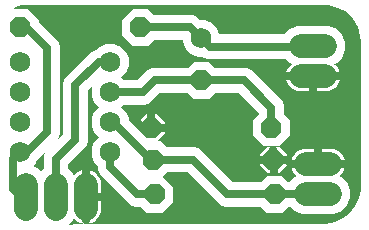
<source format=gbr>
G04 EAGLE Gerber RS-274X export*
G75*
%MOMM*%
%FSLAX34Y34*%
%LPD*%
%INBottom Copper*%
%IPPOS*%
%AMOC8*
5,1,8,0,0,1.08239X$1,22.5*%
G01*
%ADD10P,1.869504X8X292.500000*%
%ADD11C,1.727200*%
%ADD12P,1.869504X8X202.500000*%
%ADD13P,1.869504X8X22.500000*%
%ADD14C,2.032000*%
%ADD15C,0.700000*%

G36*
X68335Y10211D02*
X68335Y10211D01*
X80588Y10221D01*
X98967Y10235D01*
X111221Y10245D01*
X129600Y10260D01*
X141853Y10270D01*
X160233Y10285D01*
X172486Y10295D01*
X184739Y10305D01*
X184740Y10305D01*
X190866Y10310D01*
X203119Y10320D01*
X215372Y10330D01*
X221499Y10335D01*
X233752Y10345D01*
X246005Y10355D01*
X252132Y10360D01*
X264385Y10370D01*
X276600Y10379D01*
X276691Y10380D01*
X280373Y10590D01*
X280374Y10590D01*
X287552Y12236D01*
X287552Y12237D01*
X287553Y12236D01*
X294184Y15439D01*
X294185Y15439D01*
X299938Y20037D01*
X299938Y20038D01*
X299939Y20038D01*
X304524Y25801D01*
X304524Y25802D01*
X307712Y32441D01*
X307711Y32441D01*
X307712Y32442D01*
X309342Y39623D01*
X309342Y39624D01*
X309344Y39665D01*
X309347Y39719D01*
X309350Y39774D01*
X309353Y39829D01*
X309356Y39883D01*
X309357Y39903D01*
X309360Y39958D01*
X309363Y40012D01*
X309363Y40013D01*
X309366Y40067D01*
X309369Y40122D01*
X309372Y40176D01*
X309372Y40177D01*
X309373Y40196D01*
X309376Y40251D01*
X309379Y40306D01*
X309382Y40360D01*
X309385Y40415D01*
X309388Y40470D01*
X309389Y40489D01*
X309389Y40490D01*
X309391Y40524D01*
X309392Y40544D01*
X309395Y40599D01*
X309398Y40653D01*
X309398Y40654D01*
X309401Y40708D01*
X309404Y40763D01*
X309407Y40817D01*
X309409Y40837D01*
X309412Y40892D01*
X309415Y40947D01*
X309418Y41001D01*
X309421Y41056D01*
X309424Y41111D01*
X309425Y41130D01*
X309425Y41131D01*
X309428Y41185D01*
X309431Y41240D01*
X309434Y41294D01*
X309437Y41349D01*
X309440Y41404D01*
X309441Y41424D01*
X309444Y41478D01*
X309447Y41533D01*
X309450Y41588D01*
X309453Y41642D01*
X309456Y41697D01*
X309457Y41717D01*
X309460Y41771D01*
X309463Y41826D01*
X309466Y41881D01*
X309469Y41935D01*
X309472Y41990D01*
X309473Y42010D01*
X309475Y42045D01*
X309476Y42065D01*
X309479Y42119D01*
X309482Y42174D01*
X309485Y42229D01*
X309488Y42283D01*
X309491Y42338D01*
X309492Y42358D01*
X309495Y42412D01*
X309498Y42467D01*
X309501Y42522D01*
X309504Y42576D01*
X309507Y42631D01*
X309508Y42651D01*
X309511Y42706D01*
X309514Y42760D01*
X309517Y42815D01*
X309520Y42870D01*
X309523Y42924D01*
X309524Y42944D01*
X309527Y42999D01*
X309530Y43053D01*
X309533Y43108D01*
X309536Y43163D01*
X309539Y43217D01*
X309540Y43237D01*
X309543Y43292D01*
X309544Y43306D01*
X309544Y43307D01*
X309544Y43330D01*
X309378Y165720D01*
X309113Y169686D01*
X309112Y169686D01*
X307050Y177345D01*
X307049Y177345D01*
X307049Y177346D01*
X303076Y184210D01*
X303075Y184210D01*
X303075Y184211D01*
X297460Y189813D01*
X297459Y189813D01*
X290587Y193772D01*
X290586Y193772D01*
X282923Y195818D01*
X282922Y195818D01*
X282920Y195818D01*
X282843Y195823D01*
X282767Y195828D01*
X282766Y195828D01*
X282690Y195833D01*
X282613Y195838D01*
X282536Y195843D01*
X282459Y195848D01*
X282382Y195853D01*
X282306Y195858D01*
X282229Y195863D01*
X282152Y195868D01*
X282075Y195873D01*
X281998Y195878D01*
X281922Y195883D01*
X281921Y195883D01*
X281845Y195888D01*
X281768Y195893D01*
X281691Y195898D01*
X281614Y195903D01*
X281537Y195908D01*
X281461Y195913D01*
X281460Y195913D01*
X281384Y195918D01*
X281307Y195923D01*
X281230Y195928D01*
X281153Y195933D01*
X281077Y195938D01*
X281076Y195938D01*
X281000Y195942D01*
X280923Y195947D01*
X280846Y195952D01*
X280769Y195957D01*
X280692Y195962D01*
X280616Y195967D01*
X280615Y195967D01*
X280539Y195972D01*
X280462Y195977D01*
X280385Y195982D01*
X280308Y195987D01*
X280231Y195992D01*
X280155Y195997D01*
X280078Y196002D01*
X280001Y196007D01*
X279924Y196012D01*
X279847Y196017D01*
X279771Y196022D01*
X279770Y196022D01*
X279694Y196027D01*
X279617Y196032D01*
X279540Y196037D01*
X279463Y196042D01*
X279386Y196047D01*
X279310Y196052D01*
X279309Y196052D01*
X279233Y196057D01*
X279156Y196062D01*
X279079Y196067D01*
X279002Y196072D01*
X278956Y196075D01*
X278956Y196074D01*
X278956Y196075D01*
X276935Y196073D01*
X275277Y196072D01*
X275239Y196072D01*
X269149Y196067D01*
X269110Y196067D01*
X263020Y196062D01*
X262982Y196062D01*
X256892Y196057D01*
X256853Y196057D01*
X250763Y196052D01*
X250725Y196052D01*
X244635Y196047D01*
X244596Y196047D01*
X238506Y196042D01*
X238468Y196042D01*
X232378Y196037D01*
X232339Y196037D01*
X226249Y196032D01*
X226211Y196032D01*
X220121Y196027D01*
X220082Y196027D01*
X213992Y196022D01*
X213954Y196022D01*
X207864Y196017D01*
X207825Y196017D01*
X201735Y196012D01*
X201697Y196012D01*
X195607Y196007D01*
X195568Y196007D01*
X189478Y196002D01*
X189440Y196002D01*
X183350Y195997D01*
X183311Y195997D01*
X177221Y195992D01*
X177183Y195992D01*
X171093Y195987D01*
X171054Y195987D01*
X164964Y195982D01*
X164926Y195982D01*
X158836Y195977D01*
X158797Y195977D01*
X152707Y195972D01*
X152669Y195972D01*
X146579Y195967D01*
X146540Y195967D01*
X140450Y195962D01*
X140412Y195962D01*
X140411Y195962D01*
X134322Y195957D01*
X134283Y195957D01*
X128193Y195952D01*
X128154Y195952D01*
X122065Y195947D01*
X122026Y195947D01*
X115936Y195942D01*
X115897Y195942D01*
X109807Y195938D01*
X109769Y195938D01*
X109769Y195937D01*
X103679Y195933D01*
X103640Y195933D01*
X97550Y195928D01*
X97512Y195928D01*
X91422Y195923D01*
X91383Y195923D01*
X85293Y195918D01*
X85255Y195918D01*
X79165Y195913D01*
X79126Y195913D01*
X73036Y195908D01*
X72998Y195908D01*
X66908Y195903D01*
X66869Y195903D01*
X60779Y195898D01*
X60741Y195898D01*
X54651Y195893D01*
X54612Y195893D01*
X48522Y195888D01*
X48484Y195888D01*
X42394Y195883D01*
X42355Y195883D01*
X36265Y195878D01*
X36227Y195878D01*
X30137Y195873D01*
X30098Y195873D01*
X24008Y195868D01*
X23970Y195868D01*
X23700Y195868D01*
X23633Y195868D01*
X23633Y195867D01*
X23633Y195868D01*
X22889Y195808D01*
X21484Y195696D01*
X21483Y195696D01*
X21482Y195696D01*
X17396Y194363D01*
X17395Y194362D01*
X17394Y194363D01*
X15254Y192804D01*
X15254Y192802D01*
X15252Y192800D01*
X15253Y192799D01*
X15253Y192797D01*
X15256Y192797D01*
X15257Y192795D01*
X27630Y192795D01*
X36787Y183638D01*
X36787Y181477D01*
X36788Y181475D01*
X36788Y181473D01*
X53033Y165228D01*
X54631Y161371D01*
X54631Y86566D01*
X53033Y82709D01*
X35253Y64929D01*
X35253Y64928D01*
X35252Y64928D01*
X34285Y62593D01*
X31749Y60057D01*
X31749Y60056D01*
X31748Y60056D01*
X31749Y60054D01*
X31748Y60050D01*
X31750Y60050D01*
X31751Y60049D01*
X35654Y58432D01*
X38633Y55453D01*
X38639Y55453D01*
X38640Y55453D01*
X40840Y57653D01*
X40840Y57655D01*
X40841Y57656D01*
X40841Y67810D01*
X42439Y71667D01*
X57291Y86519D01*
X57291Y86521D01*
X57292Y86522D01*
X57292Y130053D01*
X58890Y133911D01*
X61843Y136864D01*
X78571Y153592D01*
X81524Y156545D01*
X85382Y158143D01*
X85621Y158143D01*
X85623Y158144D01*
X85625Y158144D01*
X88380Y160899D01*
X94125Y163279D01*
X100343Y163279D01*
X106088Y160899D01*
X110485Y156502D01*
X112865Y150757D01*
X112865Y144538D01*
X110485Y138793D01*
X106643Y134951D01*
X106643Y134945D01*
X106643Y134944D01*
X108843Y132744D01*
X108846Y132744D01*
X108847Y132743D01*
X120428Y132743D01*
X120430Y132744D01*
X120432Y132744D01*
X126083Y138396D01*
X129036Y141349D01*
X132894Y142947D01*
X162929Y142947D01*
X162931Y142948D01*
X162933Y142948D01*
X167847Y147862D01*
X180796Y147862D01*
X185931Y142727D01*
X185933Y142727D01*
X185934Y142726D01*
X212959Y142726D01*
X216816Y141128D01*
X242744Y115201D01*
X244341Y111344D01*
X244341Y103899D01*
X244343Y103897D01*
X244343Y103895D01*
X249477Y98760D01*
X249477Y85811D01*
X240321Y76655D01*
X227372Y76655D01*
X218215Y85811D01*
X218215Y98760D01*
X223350Y103895D01*
X223350Y103897D01*
X223351Y103899D01*
X223351Y104907D01*
X223349Y104908D01*
X223350Y104910D01*
X206525Y121734D01*
X206523Y121734D01*
X206522Y121736D01*
X185934Y121736D01*
X185932Y121734D01*
X185931Y121734D01*
X180796Y116600D01*
X167847Y116600D01*
X162492Y121955D01*
X162489Y121955D01*
X162488Y121956D01*
X139331Y121956D01*
X139329Y121955D01*
X139327Y121955D01*
X133676Y116303D01*
X130723Y113350D01*
X126865Y111753D01*
X108847Y111753D01*
X108845Y111751D01*
X108843Y111751D01*
X106643Y109551D01*
X106643Y109545D01*
X106643Y109544D01*
X110485Y105702D01*
X112865Y99957D01*
X112865Y98821D01*
X112867Y98819D01*
X112867Y98818D01*
X121066Y90618D01*
X121068Y90618D01*
X121069Y90616D01*
X121071Y90618D01*
X121073Y90617D01*
X121073Y90620D01*
X121075Y90621D01*
X121075Y92281D01*
X132241Y92281D01*
X132241Y81115D01*
X130582Y81115D01*
X130580Y81113D01*
X130579Y81114D01*
X130578Y81112D01*
X130577Y81110D01*
X130578Y81109D01*
X130578Y81106D01*
X131079Y80606D01*
X131081Y80606D01*
X131082Y80604D01*
X140369Y80604D01*
X145504Y75470D01*
X145506Y75470D01*
X145507Y75468D01*
X169468Y75468D01*
X173326Y73871D01*
X200951Y46245D01*
X200954Y46245D01*
X200954Y46244D01*
X200955Y46243D01*
X224867Y46243D01*
X224868Y46245D01*
X224870Y46245D01*
X230005Y51379D01*
X242954Y51379D01*
X248089Y46245D01*
X248091Y46245D01*
X248092Y46244D01*
X248092Y46243D01*
X249008Y46243D01*
X249009Y46245D01*
X249011Y46245D01*
X253493Y50727D01*
X255435Y51531D01*
X255435Y51532D01*
X255437Y51532D01*
X255436Y51534D01*
X255438Y51535D01*
X255437Y51536D01*
X255438Y51537D01*
X255436Y51538D01*
X255436Y51540D01*
X254940Y51900D01*
X253527Y53313D01*
X252353Y54929D01*
X251446Y56710D01*
X250828Y58610D01*
X250515Y60584D01*
X250515Y61578D01*
X273370Y61578D01*
X273371Y61578D01*
X296226Y61578D01*
X296226Y60584D01*
X295913Y58610D01*
X295296Y56710D01*
X294389Y54929D01*
X293214Y53313D01*
X291801Y51900D01*
X291305Y51540D01*
X291305Y51538D01*
X291304Y51538D01*
X291304Y51537D01*
X291303Y51536D01*
X291304Y51535D01*
X291304Y51533D01*
X291306Y51533D01*
X291306Y51531D01*
X293248Y50727D01*
X298074Y45901D01*
X300686Y39596D01*
X300686Y32771D01*
X298074Y26466D01*
X293248Y21640D01*
X286943Y19028D01*
X259798Y19028D01*
X253493Y21640D01*
X249881Y25252D01*
X249879Y25252D01*
X249877Y25253D01*
X248092Y25253D01*
X248090Y25251D01*
X248089Y25252D01*
X242954Y20117D01*
X230005Y20117D01*
X224870Y25252D01*
X224868Y25252D01*
X224867Y25253D01*
X194518Y25253D01*
X190661Y26851D01*
X163035Y54476D01*
X163033Y54477D01*
X163032Y54477D01*
X163031Y54478D01*
X145507Y54478D01*
X145506Y54476D01*
X145504Y54476D01*
X141884Y50856D01*
X141884Y50850D01*
X141884Y50849D01*
X150511Y42223D01*
X150511Y29274D01*
X141354Y20117D01*
X128405Y20117D01*
X123270Y25252D01*
X123268Y25252D01*
X123267Y25253D01*
X118058Y25253D01*
X114201Y26851D01*
X88337Y52715D01*
X86739Y56573D01*
X86739Y59835D01*
X86737Y59837D01*
X86737Y59839D01*
X83982Y62593D01*
X81603Y68338D01*
X81603Y74557D01*
X83982Y80302D01*
X87825Y84144D01*
X87825Y84151D01*
X83982Y87993D01*
X81603Y93738D01*
X81603Y99957D01*
X83982Y105702D01*
X87825Y109544D01*
X87825Y109551D01*
X83982Y113393D01*
X81603Y119138D01*
X81603Y125357D01*
X82712Y128034D01*
X82711Y128036D01*
X82711Y128039D01*
X82710Y128039D01*
X82709Y128040D01*
X82707Y128039D01*
X82707Y128040D01*
X82706Y128040D01*
X82705Y128039D01*
X82703Y128039D01*
X78284Y123620D01*
X78284Y123618D01*
X78284Y123617D01*
X78283Y123616D01*
X78283Y80085D01*
X76685Y76228D01*
X61833Y61376D01*
X61833Y61375D01*
X61833Y61374D01*
X61831Y61373D01*
X61831Y57656D01*
X61833Y57655D01*
X61833Y57653D01*
X65880Y53606D01*
X66684Y51664D01*
X66685Y51664D01*
X66685Y51662D01*
X66687Y51663D01*
X66690Y51661D01*
X66691Y51663D01*
X66693Y51663D01*
X67053Y52159D01*
X68466Y53572D01*
X70083Y54746D01*
X71863Y55653D01*
X73763Y56271D01*
X75737Y56584D01*
X76731Y56584D01*
X76731Y33729D01*
X76731Y33728D01*
X76731Y10873D01*
X75737Y10873D01*
X73763Y11186D01*
X71863Y11803D01*
X70083Y12710D01*
X68466Y13885D01*
X67053Y15298D01*
X66693Y15794D01*
X66692Y15794D01*
X66691Y15795D01*
X66690Y15795D01*
X66689Y15795D01*
X66688Y15795D01*
X66686Y15795D01*
X66686Y15793D01*
X66684Y15793D01*
X65880Y13851D01*
X62243Y10214D01*
X62243Y10212D01*
X62242Y10211D01*
X62243Y10210D01*
X62243Y10208D01*
X62245Y10207D01*
X62247Y10206D01*
X68335Y10211D01*
G37*
%LPC*%
G36*
X269084Y135808D02*
X269084Y135808D01*
X246229Y135808D01*
X246229Y136802D01*
X246542Y138775D01*
X247159Y140676D01*
X248067Y142456D01*
X249241Y144073D01*
X250654Y145486D01*
X251150Y145846D01*
X251150Y145847D01*
X251151Y145848D01*
X251151Y145849D01*
X251151Y145852D01*
X251149Y145853D01*
X251149Y145855D01*
X249207Y146659D01*
X245631Y150235D01*
X245628Y150236D01*
X245627Y150237D01*
X179293Y150237D01*
X175435Y151835D01*
X175112Y152158D01*
X175109Y152158D01*
X175108Y152160D01*
X171212Y152160D01*
X165467Y154539D01*
X161070Y158937D01*
X158690Y164682D01*
X158690Y166663D01*
X158686Y166668D01*
X158685Y166668D01*
X134368Y166668D01*
X134367Y166667D01*
X134365Y166667D01*
X129230Y161532D01*
X116281Y161532D01*
X107124Y170689D01*
X107124Y183638D01*
X116281Y192795D01*
X129230Y192795D01*
X134365Y187660D01*
X134367Y187660D01*
X134368Y187659D01*
X167036Y187659D01*
X170894Y186061D01*
X173531Y183423D01*
X173534Y183423D01*
X173535Y183422D01*
X177431Y183422D01*
X183176Y181042D01*
X187573Y176645D01*
X189816Y171230D01*
X189819Y171229D01*
X189820Y171227D01*
X244686Y171227D01*
X244688Y171229D01*
X244690Y171229D01*
X249207Y175746D01*
X255512Y178358D01*
X282657Y178358D01*
X288962Y175746D01*
X293788Y170920D01*
X296400Y164615D01*
X296400Y157790D01*
X293788Y151485D01*
X288962Y146659D01*
X287020Y145855D01*
X287020Y145854D01*
X287018Y145853D01*
X287019Y145852D01*
X287017Y145849D01*
X287019Y145848D01*
X287019Y145846D01*
X287515Y145486D01*
X288928Y144073D01*
X290102Y142456D01*
X291010Y140676D01*
X291627Y138775D01*
X291940Y136801D01*
X291940Y135808D01*
X269085Y135808D01*
X269084Y135807D01*
X269084Y135808D01*
G37*
%LPD*%
%LPC*%
G36*
X76741Y33734D02*
X76741Y33734D01*
X76741Y56584D01*
X77735Y56584D01*
X79709Y56271D01*
X81610Y55653D01*
X83390Y54746D01*
X85007Y53572D01*
X86420Y52159D01*
X87594Y50542D01*
X88501Y48762D01*
X89119Y46861D01*
X89431Y44887D01*
X89431Y33734D01*
X76741Y33734D01*
G37*
%LPD*%
%LPC*%
G36*
X250515Y61588D02*
X250515Y61588D01*
X250515Y62582D01*
X250828Y64556D01*
X251446Y66456D01*
X252353Y68237D01*
X253527Y69853D01*
X254940Y71266D01*
X256557Y72441D01*
X258337Y73348D01*
X260238Y73966D01*
X262212Y74278D01*
X273365Y74278D01*
X273365Y61588D01*
X250515Y61588D01*
G37*
%LPD*%
%LPC*%
G36*
X273376Y61588D02*
X273376Y61588D01*
X273376Y74278D01*
X284530Y74278D01*
X286503Y73966D01*
X288404Y73348D01*
X290184Y72441D01*
X291801Y71266D01*
X293214Y69853D01*
X294389Y68237D01*
X295296Y66456D01*
X295913Y64556D01*
X296226Y62582D01*
X296226Y61588D01*
X273376Y61588D01*
G37*
%LPD*%
%LPC*%
G36*
X76741Y10873D02*
X76741Y10873D01*
X76741Y33723D01*
X89431Y33723D01*
X89431Y22569D01*
X89119Y20596D01*
X88501Y18695D01*
X87594Y16915D01*
X86420Y15298D01*
X85007Y13885D01*
X83390Y12710D01*
X81610Y11803D01*
X79709Y11186D01*
X77735Y10873D01*
X76741Y10873D01*
G37*
%LPD*%
%LPC*%
G36*
X269090Y123107D02*
X269090Y123107D01*
X269090Y135797D01*
X291940Y135797D01*
X291940Y134804D01*
X291627Y132830D01*
X291010Y130929D01*
X290102Y129149D01*
X288928Y127532D01*
X287515Y126119D01*
X285898Y124945D01*
X284118Y124037D01*
X282217Y123420D01*
X280244Y123107D01*
X269090Y123107D01*
G37*
%LPD*%
%LPC*%
G36*
X257925Y123107D02*
X257925Y123107D01*
X255952Y123420D01*
X254051Y124037D01*
X252271Y124945D01*
X250654Y126119D01*
X249241Y127532D01*
X248067Y129149D01*
X247159Y130929D01*
X246542Y132830D01*
X246229Y134803D01*
X246229Y135797D01*
X269079Y135797D01*
X269079Y123107D01*
X257925Y123107D01*
G37*
%LPD*%
%LPC*%
G36*
X121075Y92291D02*
X121075Y92291D01*
X121075Y96913D01*
X127619Y103457D01*
X132241Y103457D01*
X132241Y92291D01*
X121075Y92291D01*
G37*
%LPD*%
%LPC*%
G36*
X224324Y64978D02*
X224324Y64978D01*
X224324Y69600D01*
X230868Y76144D01*
X235490Y76144D01*
X235490Y64978D01*
X224324Y64978D01*
G37*
%LPD*%
%LPC*%
G36*
X132251Y92291D02*
X132251Y92291D01*
X132251Y103457D01*
X136873Y103457D01*
X143417Y96913D01*
X143417Y92291D01*
X132251Y92291D01*
G37*
%LPD*%
%LPC*%
G36*
X235500Y64978D02*
X235500Y64978D01*
X235500Y76144D01*
X240122Y76144D01*
X246666Y69600D01*
X246666Y64978D01*
X235500Y64978D01*
G37*
%LPD*%
%LPC*%
G36*
X230868Y53802D02*
X230868Y53802D01*
X224324Y60346D01*
X224324Y64968D01*
X235490Y64968D01*
X235490Y53802D01*
X230868Y53802D01*
G37*
%LPD*%
%LPC*%
G36*
X132251Y81115D02*
X132251Y81115D01*
X132251Y92281D01*
X143417Y92281D01*
X143417Y87659D01*
X136873Y81115D01*
X132251Y81115D01*
G37*
%LPD*%
%LPC*%
G36*
X235500Y53802D02*
X235500Y53802D01*
X235500Y64968D01*
X246666Y64968D01*
X246666Y60346D01*
X240122Y53802D01*
X235500Y53802D01*
G37*
%LPD*%
D10*
X174321Y132231D03*
D11*
X174321Y167791D03*
X97234Y71448D03*
X97234Y96848D03*
X21034Y96848D03*
X21034Y71448D03*
X97234Y122248D03*
X97234Y147648D03*
X21034Y122248D03*
X21034Y147648D03*
D12*
X122756Y177163D03*
X21156Y177163D03*
D13*
X132246Y92286D03*
X233846Y92286D03*
D12*
X235495Y64973D03*
X133895Y64973D03*
X236479Y35748D03*
X134879Y35748D03*
D14*
X263211Y36183D02*
X283531Y36183D01*
X283531Y61583D02*
X263211Y61583D01*
X76736Y43888D02*
X76736Y23568D01*
X51336Y23568D02*
X51336Y43888D01*
X25936Y43888D02*
X25936Y23568D01*
X258925Y161203D02*
X279245Y161203D01*
X279245Y135803D02*
X258925Y135803D01*
D15*
X164949Y177163D02*
X122756Y177163D01*
X164949Y177163D02*
X174321Y167791D01*
X268614Y160732D02*
X269085Y161203D01*
X181380Y160732D02*
X174321Y167791D01*
X181380Y160732D02*
X268614Y160732D01*
X25936Y33728D02*
X21438Y33728D01*
X14953Y40213D01*
X14953Y65367D02*
X21034Y71448D01*
X14953Y65367D02*
X14953Y40213D01*
X21034Y71448D02*
X26929Y71448D01*
X44136Y88654D01*
X44136Y159283D01*
X26255Y177163D02*
X21156Y177163D01*
X26255Y177163D02*
X44136Y159283D01*
X99994Y96848D02*
X131869Y64973D01*
X99994Y96848D02*
X97234Y96848D01*
X131869Y64973D02*
X133895Y64973D01*
X167381Y64973D02*
X196606Y35748D01*
X167381Y64973D02*
X133895Y64973D01*
X196606Y35748D02*
X236479Y35748D01*
X272936Y35748D01*
X273371Y36183D01*
X120146Y35748D02*
X97234Y58660D01*
X97234Y71448D01*
X120146Y35748D02*
X134879Y35748D01*
X51336Y33728D02*
X51336Y65722D01*
X67787Y127966D02*
X87470Y147648D01*
X97234Y147648D01*
X67787Y82173D02*
X51336Y65722D01*
X67787Y82173D02*
X67787Y127966D01*
X76736Y33728D02*
X91794Y33728D01*
X108910Y16612D02*
X149894Y16612D01*
X172918Y39636D01*
X108910Y16612D02*
X91794Y33728D01*
X267755Y104781D02*
X269085Y106111D01*
X273371Y81969D02*
X273371Y61583D01*
X273371Y81969D02*
X271843Y83497D01*
X76736Y60966D02*
X76736Y33728D01*
X76736Y60966D02*
X75966Y61736D01*
X76736Y33728D02*
X76736Y13770D01*
X76784Y13722D01*
X273371Y61583D02*
X300428Y61583D01*
X301205Y62360D01*
X150338Y92286D02*
X132246Y92286D01*
X150338Y92286D02*
X152227Y94175D01*
X132246Y92286D02*
X132193Y92339D01*
X132193Y106830D01*
X132246Y92286D02*
X124355Y92286D01*
X117064Y99577D01*
X250625Y61583D02*
X273371Y61583D01*
X250625Y61583D02*
X250251Y61210D01*
X269085Y135803D02*
X297672Y135803D01*
X297752Y135722D01*
X269085Y135803D02*
X240750Y135803D01*
X240434Y136118D01*
X269085Y135803D02*
X269085Y118548D01*
X269093Y118539D01*
X235495Y64973D02*
X218995Y64973D01*
X218059Y64037D01*
X235495Y64973D02*
X247235Y64973D01*
X250625Y61583D01*
X236150Y64318D02*
X235495Y64973D01*
X236150Y64318D02*
X236150Y55150D01*
X235495Y64973D02*
X235495Y73136D01*
X235509Y73150D01*
X134981Y132451D02*
X124778Y122248D01*
X97234Y122248D01*
X174101Y132451D02*
X174321Y132231D01*
X174101Y132451D02*
X134981Y132451D01*
X174321Y132231D02*
X210871Y132231D01*
X233846Y109256D01*
X233846Y92286D01*
M02*

</source>
